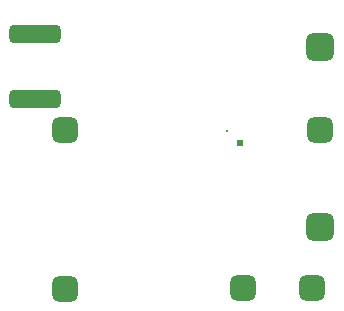
<source format=gbs>
G04 Layer_Color=16711935*
%FSLAX44Y44*%
%MOMM*%
G71*
G01*
G75*
G04:AMPARAMS|DCode=29|XSize=4.4032mm|YSize=1.6032mm|CornerRadius=0.4516mm|HoleSize=0mm|Usage=FLASHONLY|Rotation=0.000|XOffset=0mm|YOffset=0mm|HoleType=Round|Shape=RoundedRectangle|*
%AMROUNDEDRECTD29*
21,1,4.4032,0.7000,0,0,0.0*
21,1,3.5000,1.6032,0,0,0.0*
1,1,0.9032,1.7500,-0.3500*
1,1,0.9032,-1.7500,-0.3500*
1,1,0.9032,-1.7500,0.3500*
1,1,0.9032,1.7500,0.3500*
%
%ADD29ROUNDEDRECTD29*%
G04:AMPARAMS|DCode=34|XSize=2.2032mm|YSize=2.2032mm|CornerRadius=0.6016mm|HoleSize=0mm|Usage=FLASHONLY|Rotation=0.000|XOffset=0mm|YOffset=0mm|HoleType=Round|Shape=RoundedRectangle|*
%AMROUNDEDRECTD34*
21,1,2.2032,1.0000,0,0,0.0*
21,1,1.0000,2.2032,0,0,0.0*
1,1,1.2032,0.5000,-0.5000*
1,1,1.2032,-0.5000,-0.5000*
1,1,1.2032,-0.5000,0.5000*
1,1,1.2032,0.5000,0.5000*
%
%ADD34ROUNDEDRECTD34*%
G04:AMPARAMS|DCode=35|XSize=2.2032mm|YSize=2.2032mm|CornerRadius=0.6016mm|HoleSize=0mm|Usage=FLASHONLY|Rotation=270.000|XOffset=0mm|YOffset=0mm|HoleType=Round|Shape=RoundedRectangle|*
%AMROUNDEDRECTD35*
21,1,2.2032,1.0000,0,0,270.0*
21,1,1.0000,2.2032,0,0,270.0*
1,1,1.2032,-0.5000,-0.5000*
1,1,1.2032,-0.5000,0.5000*
1,1,1.2032,0.5000,0.5000*
1,1,1.2032,0.5000,-0.5000*
%
%ADD35ROUNDEDRECTD35*%
G04:AMPARAMS|DCode=36|XSize=2.4032mm|YSize=2.4032mm|CornerRadius=0.6516mm|HoleSize=0mm|Usage=FLASHONLY|Rotation=270.000|XOffset=0mm|YOffset=0mm|HoleType=Round|Shape=RoundedRectangle|*
%AMROUNDEDRECTD36*
21,1,2.4032,1.1000,0,0,270.0*
21,1,1.1000,2.4032,0,0,270.0*
1,1,1.3032,-0.5500,-0.5500*
1,1,1.3032,-0.5500,0.5500*
1,1,1.3032,0.5500,0.5500*
1,1,1.3032,0.5500,-0.5500*
%
%ADD36ROUNDEDRECTD36*%
G04:AMPARAMS|DCode=37|XSize=2.4032mm|YSize=2.4032mm|CornerRadius=0.6516mm|HoleSize=0mm|Usage=FLASHONLY|Rotation=0.000|XOffset=0mm|YOffset=0mm|HoleType=Round|Shape=RoundedRectangle|*
%AMROUNDEDRECTD37*
21,1,2.4032,1.1000,0,0,0.0*
21,1,1.1000,2.4032,0,0,0.0*
1,1,1.3032,0.5500,-0.5500*
1,1,1.3032,-0.5500,-0.5500*
1,1,1.3032,-0.5500,0.5500*
1,1,1.3032,0.5500,0.5500*
%
%ADD37ROUNDEDRECTD37*%
%ADD38C,0.2032*%
%ADD39C,0.6032*%
D29*
X25000Y212500D02*
D03*
Y267500D02*
D03*
D34*
X267000Y185990D02*
D03*
X260000Y52000D02*
D03*
X51000Y186000D02*
D03*
X201500Y52000D02*
D03*
D35*
X51000Y51000D02*
D03*
D36*
X267000Y256500D02*
D03*
D37*
Y104000D02*
D03*
D38*
X188000Y185000D02*
D03*
D39*
X39000Y212500D02*
D03*
Y268000D02*
D03*
X199000Y175000D02*
D03*
M02*

</source>
